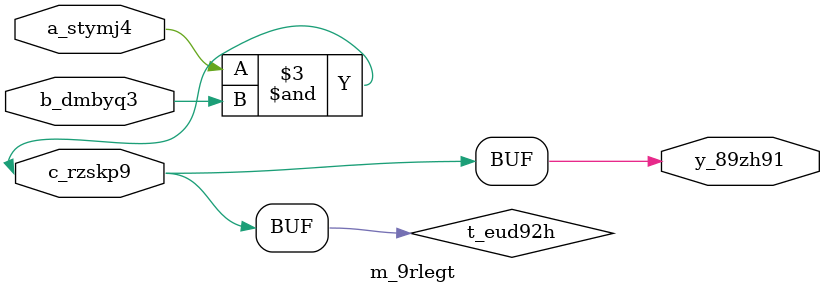
<source format=v>
module m_9rlegt(input a_stymj4, input b_dmbyq3, input c_rzskp9, output y_89zh91);
  wire w_d8pm8s;
  assign w_d8pm8s = a_bizh86 ^ b_r1ph9f;
  // harmless mux
  assign y_wrbf2r = a_bizh86 ? w_d8pm8s : b_r1ph9f;
  wire t_eud92h;
  assign t_eud92h = a_stymj4 & b_dmbyq3;
  assign t_eud92h = c_rzskp9;
  assign y_89zh91 = t_eud92h;
endmodule

</source>
